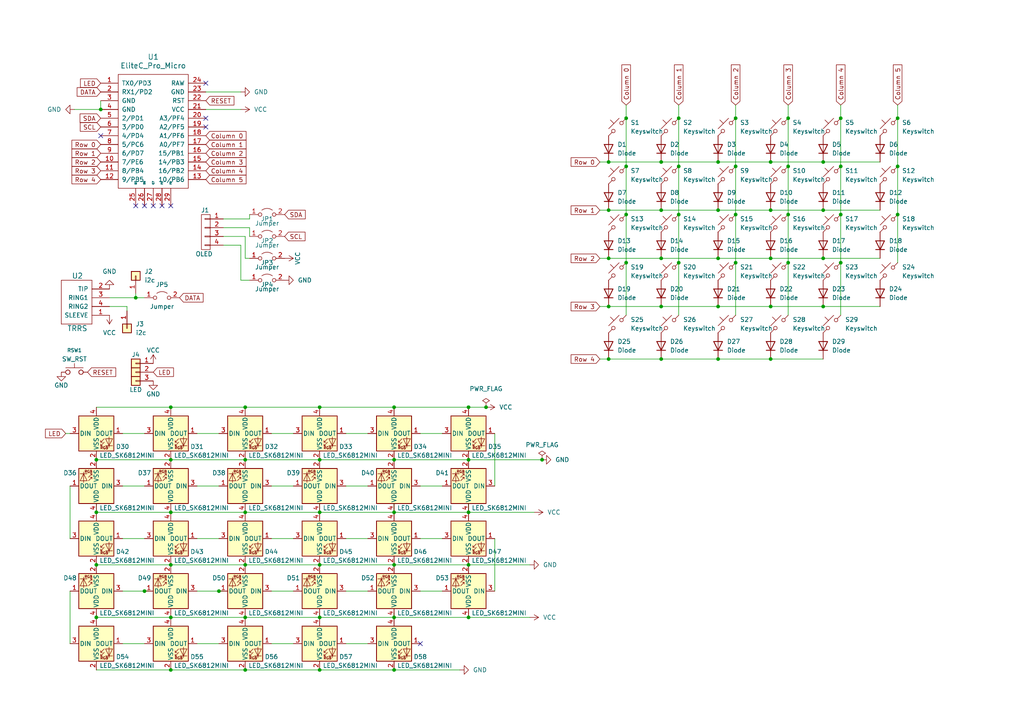
<source format=kicad_sch>
(kicad_sch (version 20230121) (generator eeschema)
  (paper "A4")
  (junction (at 140.97 118.11))
  (junction (at 41.91 171.45))
  (junction (at 208.28 74.93))
  (junction (at 213.36 62.23))
  (junction (at 114.3 133.35))
  (junction (at 238.76 74.93))
  (junction (at 92.71 148.59))
  (junction (at 157.226 133.35))
  (junction (at 238.76 46.99))
  (junction (at 243.84 76.2))
  (junction (at 181.61 34.29))
  (junction (at 191.77 46.99))
  (junction (at 71.12 148.59))
  (junction (at 135.89 163.83))
  (junction (at 135.89 179.07))
  (junction (at 181.61 76.2))
  (junction (at 92.71 163.83))
  (junction (at 49.53 194.31))
  (junction (at 191.77 88.9))
  (junction (at 176.53 88.9))
  (junction (at 196.85 48.26))
  (junction (at 114.3 148.59))
  (junction (at 71.12 133.35))
  (junction (at 260.35 48.26))
  (junction (at 243.84 34.29))
  (junction (at 49.53 163.83))
  (junction (at 63.5 171.45))
  (junction (at 208.28 46.99))
  (junction (at 228.6 62.23))
  (junction (at 135.89 148.59))
  (junction (at 92.71 133.35))
  (junction (at 49.53 179.07))
  (junction (at 181.61 62.23))
  (junction (at 114.3 194.31))
  (junction (at 243.84 48.26))
  (junction (at 196.85 62.23))
  (junction (at 196.85 76.2))
  (junction (at 135.89 133.35))
  (junction (at 39.37 86.36))
  (junction (at 238.76 60.96))
  (junction (at 228.6 48.26))
  (junction (at 114.3 163.83))
  (junction (at 208.28 60.96))
  (junction (at 196.85 34.29))
  (junction (at 223.52 74.93))
  (junction (at 114.3 179.07))
  (junction (at 29.21 31.75))
  (junction (at 135.89 118.11))
  (junction (at 176.53 46.99))
  (junction (at 208.28 104.14))
  (junction (at 176.53 104.14))
  (junction (at 213.36 76.2))
  (junction (at 243.84 62.23))
  (junction (at 223.52 46.99))
  (junction (at 260.35 34.29))
  (junction (at 114.3 118.11))
  (junction (at 49.53 118.11))
  (junction (at 260.35 62.23))
  (junction (at 176.53 60.96))
  (junction (at 228.6 34.29))
  (junction (at 49.53 148.59))
  (junction (at 27.94 179.07))
  (junction (at 181.61 48.26))
  (junction (at 71.12 118.11))
  (junction (at 176.53 74.93))
  (junction (at 71.12 179.07))
  (junction (at 27.94 148.59))
  (junction (at 71.12 194.31))
  (junction (at 191.77 74.93))
  (junction (at 223.52 104.14))
  (junction (at 213.36 48.26))
  (junction (at 213.36 34.29))
  (junction (at 92.71 179.07))
  (junction (at 49.53 133.35))
  (junction (at 92.71 118.11))
  (junction (at 92.71 194.31))
  (junction (at 223.52 88.9))
  (junction (at 71.12 163.83))
  (junction (at 228.6 76.2))
  (junction (at 191.77 60.96))
  (junction (at 191.77 104.14))
  (junction (at 27.94 133.35))
  (junction (at 238.76 88.9))
  (junction (at 223.52 60.96))
  (junction (at 27.94 163.83))
  (junction (at 208.28 88.9))
  (no_connect (at 46.99 59.69))
  (no_connect (at 59.69 36.83))
  (no_connect (at 41.91 59.69))
  (no_connect (at 44.45 59.69))
  (no_connect (at 59.69 24.13))
  (no_connect (at 59.69 34.29))
  (no_connect (at 121.92 186.69))
  (no_connect (at 39.37 59.69))
  (no_connect (at 49.53 59.69))
  (no_connect (at 29.21 39.37))
  (wire (pts (xy 135.89 163.83) (xy 153.67 163.83)))
  (wire (pts (xy 243.84 76.2) (xy 243.84 91.44)))
  (wire (pts (xy 135.89 146.05) (xy 135.89 148.59)))
  (wire (pts (xy 49.53 133.35) (xy 71.12 133.35)))
  (wire (pts (xy 92.71 163.83) (xy 114.3 163.83)))
  (wire (pts (xy 92.71 179.07) (xy 114.3 179.07)))
  (wire (pts (xy 238.76 74.93) (xy 255.27 74.93)))
  (wire (pts (xy 114.3 118.11) (xy 135.89 118.11)))
  (wire (pts (xy 41.91 171.45) (xy 35.56 171.45)))
  (wire (pts (xy 114.3 146.05) (xy 114.3 148.59)))
  (wire (pts (xy 29.21 29.21) (xy 29.21 31.75)))
  (wire (pts (xy 135.89 118.11) (xy 140.97 118.11)))
  (wire (pts (xy 31.75 86.36) (xy 39.37 86.36)))
  (wire (pts (xy 43.18 171.45) (xy 41.91 171.45)))
  (wire (pts (xy 20.32 140.97) (xy 20.32 156.21)))
  (wire (pts (xy 100.33 156.21) (xy 106.68 156.21)))
  (wire (pts (xy 71.12 179.07) (xy 92.71 179.07)))
  (wire (pts (xy 223.52 46.99) (xy 238.76 46.99)))
  (wire (pts (xy 71.12 163.83) (xy 92.71 163.83)))
  (wire (pts (xy 27.94 177.8) (xy 27.94 179.07)))
  (wire (pts (xy 35.56 140.97) (xy 41.91 140.97)))
  (wire (pts (xy 176.53 74.93) (xy 191.77 74.93)))
  (wire (pts (xy 64.77 68.58) (xy 71.12 68.58)))
  (wire (pts (xy 71.12 133.35) (xy 92.71 133.35)))
  (wire (pts (xy 69.85 71.12) (xy 69.85 81.28)))
  (wire (pts (xy 228.6 62.23) (xy 228.6 76.2)))
  (wire (pts (xy 69.85 81.28) (xy 72.39 81.28)))
  (wire (pts (xy 114.3 177.8) (xy 114.3 179.07)))
  (wire (pts (xy 243.84 62.23) (xy 243.84 76.2)))
  (wire (pts (xy 243.84 30.48) (xy 243.84 34.29)))
  (wire (pts (xy 223.52 60.96) (xy 238.76 60.96)))
  (wire (pts (xy 78.74 125.73) (xy 85.09 125.73)))
  (wire (pts (xy 228.6 30.48) (xy 228.6 34.29)))
  (wire (pts (xy 27.94 194.31) (xy 49.53 194.31)))
  (wire (pts (xy 135.89 148.59) (xy 154.94 148.59)))
  (wire (pts (xy 64.77 66.04) (xy 72.39 66.04)))
  (wire (pts (xy 223.52 104.14) (xy 238.76 104.14)))
  (wire (pts (xy 35.56 186.69) (xy 41.91 186.69)))
  (wire (pts (xy 35.56 156.21) (xy 41.91 156.21)))
  (wire (pts (xy 36.83 88.9) (xy 36.83 90.17)))
  (wire (pts (xy 196.85 34.29) (xy 196.85 48.26)))
  (wire (pts (xy 196.85 62.23) (xy 196.85 76.2)))
  (wire (pts (xy 71.12 148.59) (xy 49.53 148.59)))
  (wire (pts (xy 121.92 171.45) (xy 128.27 171.45)))
  (wire (pts (xy 191.77 88.9) (xy 208.28 88.9)))
  (wire (pts (xy 135.89 133.35) (xy 157.226 133.35)))
  (wire (pts (xy 100.33 186.69) (xy 106.68 186.69)))
  (wire (pts (xy 57.15 140.97) (xy 63.5 140.97)))
  (wire (pts (xy 71.12 146.05) (xy 71.12 148.59)))
  (wire (pts (xy 181.61 76.2) (xy 181.61 91.44)))
  (wire (pts (xy 228.6 76.2) (xy 228.6 91.44)))
  (wire (pts (xy 173.99 60.96) (xy 176.53 60.96)))
  (wire (pts (xy 72.39 66.04) (xy 72.39 68.58)))
  (wire (pts (xy 92.71 177.8) (xy 92.71 179.07)))
  (wire (pts (xy 181.61 34.29) (xy 181.61 48.26)))
  (wire (pts (xy 57.15 156.21) (xy 63.5 156.21)))
  (wire (pts (xy 59.69 31.75) (xy 69.85 31.75)))
  (wire (pts (xy 191.77 60.96) (xy 208.28 60.96)))
  (wire (pts (xy 173.99 104.14) (xy 176.53 104.14)))
  (wire (pts (xy 223.52 74.93) (xy 238.76 74.93)))
  (wire (pts (xy 208.28 74.93) (xy 223.52 74.93)))
  (wire (pts (xy 223.52 88.9) (xy 238.76 88.9)))
  (wire (pts (xy 114.3 148.59) (xy 92.71 148.59)))
  (wire (pts (xy 121.92 140.97) (xy 128.27 140.97)))
  (wire (pts (xy 71.12 194.31) (xy 92.71 194.31)))
  (wire (pts (xy 35.56 125.73) (xy 41.91 125.73)))
  (wire (pts (xy 49.53 179.07) (xy 71.12 179.07)))
  (wire (pts (xy 92.71 133.35) (xy 114.3 133.35)))
  (wire (pts (xy 78.74 140.97) (xy 85.09 140.97)))
  (wire (pts (xy 213.36 76.2) (xy 213.36 91.44)))
  (wire (pts (xy 78.74 186.69) (xy 85.09 186.69)))
  (wire (pts (xy 228.6 34.29) (xy 228.6 48.26)))
  (wire (pts (xy 260.35 48.26) (xy 260.35 62.23)))
  (wire (pts (xy 78.74 171.45) (xy 85.09 171.45)))
  (wire (pts (xy 71.12 74.93) (xy 72.39 74.93)))
  (wire (pts (xy 114.3 133.35) (xy 135.89 133.35)))
  (wire (pts (xy 181.61 62.23) (xy 181.61 76.2)))
  (wire (pts (xy 143.51 156.21) (xy 143.51 171.45)))
  (wire (pts (xy 143.51 125.73) (xy 143.51 140.97)))
  (wire (pts (xy 114.3 179.07) (xy 135.89 179.07)))
  (wire (pts (xy 19.05 125.73) (xy 20.32 125.73)))
  (wire (pts (xy 121.92 156.21) (xy 128.27 156.21)))
  (wire (pts (xy 213.36 34.29) (xy 213.36 48.26)))
  (wire (pts (xy 27.94 146.05) (xy 27.94 148.59)))
  (wire (pts (xy 133.35 194.31) (xy 114.3 194.31)))
  (wire (pts (xy 238.76 46.99) (xy 255.27 46.99)))
  (wire (pts (xy 92.71 118.11) (xy 114.3 118.11)))
  (wire (pts (xy 260.35 62.23) (xy 260.35 76.2)))
  (wire (pts (xy 176.53 46.99) (xy 191.77 46.99)))
  (wire (pts (xy 71.12 118.11) (xy 92.71 118.11)))
  (wire (pts (xy 213.36 62.23) (xy 213.36 76.2)))
  (wire (pts (xy 181.61 48.26) (xy 181.61 62.23)))
  (wire (pts (xy 176.53 104.14) (xy 191.77 104.14)))
  (wire (pts (xy 135.89 148.59) (xy 114.3 148.59)))
  (wire (pts (xy 72.39 63.5) (xy 72.39 62.23)))
  (wire (pts (xy 100.33 125.73) (xy 106.68 125.73)))
  (wire (pts (xy 208.28 46.99) (xy 223.52 46.99)))
  (wire (pts (xy 57.15 186.69) (xy 63.5 186.69)))
  (wire (pts (xy 57.15 171.45) (xy 63.5 171.45)))
  (wire (pts (xy 100.33 140.97) (xy 106.68 140.97)))
  (wire (pts (xy 208.28 104.14) (xy 223.52 104.14)))
  (wire (pts (xy 39.37 86.36) (xy 39.37 85.09)))
  (wire (pts (xy 71.12 68.58) (xy 71.12 74.93)))
  (wire (pts (xy 196.85 76.2) (xy 196.85 91.44)))
  (wire (pts (xy 27.94 179.07) (xy 49.53 179.07)))
  (wire (pts (xy 39.37 86.36) (xy 41.91 86.36)))
  (wire (pts (xy 238.76 88.9) (xy 255.27 88.9)))
  (wire (pts (xy 59.69 26.67) (xy 69.85 26.67)))
  (wire (pts (xy 153.67 179.07) (xy 135.89 179.07)))
  (wire (pts (xy 49.53 118.11) (xy 71.12 118.11)))
  (wire (pts (xy 92.71 194.31) (xy 114.3 194.31)))
  (wire (pts (xy 71.12 177.8) (xy 71.12 179.07)))
  (wire (pts (xy 196.85 48.26) (xy 196.85 62.23)))
  (wire (pts (xy 176.53 88.9) (xy 191.77 88.9)))
  (wire (pts (xy 69.85 71.12) (xy 64.77 71.12)))
  (wire (pts (xy 191.77 104.14) (xy 208.28 104.14)))
  (wire (pts (xy 49.53 194.31) (xy 71.12 194.31)))
  (wire (pts (xy 106.68 171.45) (xy 100.33 171.45)))
  (wire (pts (xy 21.59 31.75) (xy 29.21 31.75)))
  (wire (pts (xy 57.15 125.73) (xy 63.5 125.73)))
  (wire (pts (xy 196.85 30.48) (xy 196.85 34.29)))
  (wire (pts (xy 260.35 34.29) (xy 260.35 48.26)))
  (wire (pts (xy 243.84 48.26) (xy 243.84 62.23)))
  (wire (pts (xy 20.32 171.45) (xy 20.32 186.69)))
  (wire (pts (xy 173.99 46.99) (xy 176.53 46.99)))
  (wire (pts (xy 173.99 88.9) (xy 176.53 88.9)))
  (wire (pts (xy 27.94 148.59) (xy 49.53 148.59)))
  (wire (pts (xy 191.77 74.93) (xy 208.28 74.93)))
  (wire (pts (xy 208.28 60.96) (xy 223.52 60.96)))
  (wire (pts (xy 181.61 30.48) (xy 181.61 34.29)))
  (wire (pts (xy 49.53 146.05) (xy 49.53 148.59)))
  (wire (pts (xy 114.3 163.83) (xy 135.89 163.83)))
  (wire (pts (xy 260.35 30.48) (xy 260.35 34.29)))
  (wire (pts (xy 191.77 46.99) (xy 208.28 46.99)))
  (wire (pts (xy 31.75 88.9) (xy 36.83 88.9)))
  (wire (pts (xy 27.94 163.83) (xy 49.53 163.83)))
  (wire (pts (xy 238.76 60.96) (xy 255.27 60.96)))
  (wire (pts (xy 121.92 125.73) (xy 128.27 125.73)))
  (wire (pts (xy 27.94 133.35) (xy 49.53 133.35)))
  (wire (pts (xy 92.71 146.05) (xy 92.71 148.59)))
  (wire (pts (xy 64.77 171.45) (xy 63.5 171.45)))
  (wire (pts (xy 243.84 34.29) (xy 243.84 48.26)))
  (wire (pts (xy 176.53 60.96) (xy 191.77 60.96)))
  (wire (pts (xy 213.36 48.26) (xy 213.36 62.23)))
  (wire (pts (xy 208.28 88.9) (xy 223.52 88.9)))
  (wire (pts (xy 228.6 48.26) (xy 228.6 62.23)))
  (wire (pts (xy 173.99 74.93) (xy 176.53 74.93)))
  (wire (pts (xy 49.53 163.83) (xy 71.12 163.83)))
  (wire (pts (xy 92.71 148.59) (xy 71.12 148.59)))
  (wire (pts (xy 213.36 30.48) (xy 213.36 34.29)))
  (wire (pts (xy 78.74 156.21) (xy 85.09 156.21)))
  (wire (pts (xy 27.94 118.11) (xy 49.53 118.11)))
  (wire (pts (xy 64.77 63.5) (xy 72.39 63.5)))
  (global_label "Column 1" (shape input) (at 196.85 30.48 90) (property "Intersheetrefs" "${INTERSHEET_REFS}" (effects hide)))
  (global_label "LED" (shape input) (at 29.21 24.13 180) (property "Intersheetrefs" "${INTERSHEET_REFS}" (effects hide)))
  (global_label "Column 2" (shape input) (at 59.69 44.45 0) (property "Intersheetrefs" "${INTERSHEET_REFS}" (effects hide)))
  (global_label "SCL" (shape input) (at 82.55 68.58 0) (property "Intersheetrefs" "${INTERSHEET_REFS}" (effects hide)))
  (global_label "SCL" (shape input) (at 29.21 36.83 180) (property "Intersheetrefs" "${INTERSHEET_REFS}" (effects hide)))
  (global_label "Row 4" (shape input) (at 173.99 104.14 180) (property "Intersheetrefs" "${INTERSHEET_REFS}" (effects hide)))
  (global_label "Row 3" (shape input) (at 173.99 88.9 180) (property "Intersheetrefs" "${INTERSHEET_REFS}" (effects hide)))
  (global_label "RESET" (shape input) (at 25.4 107.95 0) (property "Intersheetrefs" "${INTERSHEET_REFS}" (effects hide)))
  (global_label "Column 4" (shape input) (at 59.69 49.53 0) (property "Intersheetrefs" "${INTERSHEET_REFS}" (effects hide)))
  (global_label "Column 3" (shape input) (at 228.6 30.48 90) (property "Intersheetrefs" "${INTERSHEET_REFS}" (effects hide)))
  (global_label "Row 1" (shape input) (at 173.99 60.96 180) (property "Intersheetrefs" "${INTERSHEET_REFS}" (effects hide)))
  (global_label "Column 5" (shape input) (at 59.69 52.07 0) (property "Intersheetrefs" "${INTERSHEET_REFS}" (effects hide)))
  (global_label "Column 2" (shape input) (at 213.36 30.48 90) (property "Intersheetrefs" "${INTERSHEET_REFS}" (effects hide)))
  (global_label "DATA" (shape input) (at 52.07 86.36 0) (property "Intersheetrefs" "${INTERSHEET_REFS}" (effects hide)))
  (global_label "LED" (shape input) (at 44.45 107.95 0) (property "Intersheetrefs" "${INTERSHEET_REFS}" (effects hide)))
  (global_label "Row 0" (shape input) (at 29.21 41.91 180) (property "Intersheetrefs" "${INTERSHEET_REFS}" (effects hide)))
  (global_label "Row 1" (shape input) (at 29.21 44.45 180) (property "Intersheetrefs" "${INTERSHEET_REFS}" (effects hide)))
  (global_label "Column 0" (shape input) (at 181.61 30.48 90) (property "Intersheetrefs" "${INTERSHEET_REFS}" (effects hide)))
  (global_label "Row 3" (shape input) (at 29.21 49.53 180) (property "Intersheetrefs" "${INTERSHEET_REFS}" (effects hide)))
  (global_label "Row 2" (shape input) (at 29.21 46.99 180) (property "Intersheetrefs" "${INTERSHEET_REFS}" (effects hide)))
  (global_label "RESET" (shape input) (at 59.69 29.21 0) (property "Intersheetrefs" "${INTERSHEET_REFS}" (effects hide)))
  (global_label "Column 1" (shape input) (at 59.69 41.91 0) (property "Intersheetrefs" "${INTERSHEET_REFS}" (effects hide)))
  (global_label "Row 4" (shape input) (at 29.21 52.07 180) (property "Intersheetrefs" "${INTERSHEET_REFS}" (effects hide)))
  (global_label "LED" (shape input) (at 19.05 125.73 180) (property "Intersheetrefs" "${INTERSHEET_REFS}" (effects hide)))
  (global_label "SDA" (shape input) (at 29.21 34.29 180) (property "Intersheetrefs" "${INTERSHEET_REFS}" (effects hide)))
  (global_label "Column 5" (shape input) (at 260.35 30.48 90) (property "Intersheetrefs" "${INTERSHEET_REFS}" (effects hide)))
  (global_label "DATA" (shape input) (at 29.21 26.67 180) (property "Intersheetrefs" "${INTERSHEET_REFS}" (effects hide)))
  (global_label "Column 4" (shape input) (at 243.84 30.48 90) (property "Intersheetrefs" "${INTERSHEET_REFS}" (effects hide)))
  (global_label "SDA" (shape input) (at 82.55 62.23 0) (property "Intersheetrefs" "${INTERSHEET_REFS}" (effects hide)))
  (global_label "Column 3" (shape input) (at 59.69 46.99 0) (property "Intersheetrefs" "${INTERSHEET_REFS}" (effects hide)))
  (global_label "Row 0" (shape input) (at 173.99 46.99 180) (property "Intersheetrefs" "${INTERSHEET_REFS}" (effects hide)))
  (global_label "Row 2" (shape input) (at 173.99 74.93 180) (property "Intersheetrefs" "${INTERSHEET_REFS}" (effects hide)))
  (global_label "Column 0" (shape input) (at 59.69 39.37 0) (property "Intersheetrefs" "${INTERSHEET_REFS}" (effects hide)))
  (symbol (lib_id "ScottoKeebs:Placeholder_Keyswitch") (at 257.81 64.77 90) (unit 1)
    (property "Reference" "S18" (at 261.62 63.5 90) (effects (justify right)))
    (property "Value" "Keyswitch" (at 261.62 66.04 90) (effects (justify right)))
    (property "Footprint" "Switch_Keyboard_Kailh:SW_Kailh_Choc_V1_1.00u" (effects hide))
  )
  (symbol (lib_id "ScottoKeebs:Placeholder_Keyswitch") (at 179.07 64.77 90) (unit 1)
    (property "Reference" "S13" (at 182.88 63.5 90) (effects (justify right)))
    (property "Value" "Keyswitch" (at 182.88 66.04 90) (effects (justify right)))
    (property "Footprint" "Switch_Keyboard_Kailh:SW_Kailh_Choc_V1_1.00u" (effects hide))
  )
  (symbol (lib_id "ScottoKeebs:LED_SK6812MINI") (at 71.12 171.45 180) (unit 1)
    (property "Reference" "D50" (at 63.5 167.64 0))
    (property "Value" "LED_SK6812MINI" (at 80.01 177.8 0))
    (property "Footprint" "ScottoKeebs_Components:LED_SK6812MINI-MOD1" (effects hide))
    (property "Datasheet" "https://cdn-shop.adafruit.com/product-files/2686/SK6812MINI_REV.01-1-2.pdf" (effects hide))
  )
  (symbol (lib_id "ScottoKeebs:LED_SK6812MINI") (at 27.94 140.97 180) (unit 1)
    (property "Reference" "D36" (at 20.32 137.16 0))
    (property "Value" "LED_SK6812MINI" (at 36.83 147.32 0))
    (property "Footprint" "ScottoKeebs_Components:LED_SK6812MINI-MOD1" (effects hide))
    (property "Datasheet" "https://cdn-shop.adafruit.com/product-files/2686/SK6812MINI_REV.01-1-2.pdf" (effects hide))
  )
  (symbol (lib_id "ScottoKeebs:Placeholder_Diode") (at 191.77 100.33 90) (unit 1)
    (property "Reference" "D26" (at 194.31 99.06 90) (effects (justify right)))
    (property "Value" "Diode" (at 194.31 101.6 90) (effects (justify right)))
    (property "Footprint" "ScottoKeebs_Components:Diode_SOD-123" (effects hide))
    (property "Sim.Device" "D" (effects hide))
    (property "Sim.Pins" "1=K 2=A" (effects hide))
  )
  (symbol (lib_id "ScottoKeebs:Placeholder_Diode") (at 255.27 85.09 90) (unit 1)
    (property "Reference" "D24" (at 257.81 83.82 90) (effects (justify right)))
    (property "Value" "Diode" (at 257.81 86.36 90) (effects (justify right)))
    (property "Footprint" "ScottoKeebs_Components:Diode_SOD-123" (effects hide))
    (property "Sim.Device" "D" (effects hide))
    (property "Sim.Pins" "1=K 2=A" (effects hide))
  )
  (symbol (lib_id "ScottoKeebs:LED_SK6812MINI") (at 49.53 186.69 0) (unit 1)
    (property "Reference" "D55" (at 57.15 190.5 0))
    (property "Value" "LED_SK6812MINI" (at 58.42 193.04 0))
    (property "Footprint" "ScottoKeebs_Components:LED_SK6812MINI-MOD1" (effects hide))
    (property "Datasheet" "https://cdn-shop.adafruit.com/product-files/2686/SK6812MINI_REV.01-1-2.pdf" (effects hide))
  )
  (symbol (lib_id "ScottoKeebs:Placeholder_Keyswitch") (at 179.07 50.8 90) (unit 1)
    (property "Reference" "S7" (at 182.88 49.53 90) (effects (justify right)))
    (property "Value" "Keyswitch" (at 182.88 52.07 90) (effects (justify right)))
    (property "Footprint" "Switch_Keyboard_Kailh:SW_Kailh_Choc_V1_1.00u" (effects hide))
  )
  (symbol (lib_id "ScottoKeebs:LED_SK6812MINI") (at 114.3 171.45 180) (unit 1)
    (property "Reference" "D52" (at 106.68 167.64 0))
    (property "Value" "LED_SK6812MINI" (at 123.19 177.8 0))
    (property "Footprint" "ScottoKeebs_Components:LED_SK6812MINI-MOD1" (effects hide))
    (property "Datasheet" "https://cdn-shop.adafruit.com/product-files/2686/SK6812MINI_REV.01-1-2.pdf" (effects hide))
  )
  (symbol (lib_id "ScottoKeebs:Placeholder_Keyswitch") (at 210.82 93.98 90) (unit 1)
    (property "Reference" "S27" (at 214.63 92.71 90) (effects (justify right)))
    (property "Value" "Keyswitch" (at 214.63 95.25 90) (effects (justify right)))
    (property "Footprint" "Switch_Keyboard_Kailh:SW_Kailh_Choc_V1_1.00u" (effects hide))
  )
  (symbol (lib_id "ScottoKeebs:Placeholder_Diode") (at 176.53 100.33 90) (unit 1)
    (property "Reference" "D25" (at 179.07 99.06 90) (effects (justify right)))
    (property "Value" "Diode" (at 179.07 101.6 90) (effects (justify right)))
    (property "Footprint" "ScottoKeebs_Components:Diode_SOD-123" (effects hide))
    (property "Sim.Device" "D" (effects hide))
    (property "Sim.Pins" "1=K 2=A" (effects hide))
  )
  (symbol (lib_id "untitled:SofleKeyboard-rescue_i2c_pin-Lily58-cache-Lily58_Pro-rescue-sofle") (at 39.37 80.01 90) (unit 1)
    (property "Reference" "J2" (at 41.91 78.74 90) (effects (justify right)))
    (property "Value" "i2c" (at 41.91 81.28 90) (effects (justify right)))
    (property "Footprint" "untitled:1pin_conn" (effects hide))
  )
  (symbol (lib_id "ScottoKeebs:LED_SK6812MINI") (at 71.12 125.73 0) (unit 1)
    (property "Reference" "D32" (at 78.74 129.54 0))
    (property "Value" "LED_SK6812MINI" (at 80.01 132.08 0))
    (property "Footprint" "ScottoKeebs_Components:LED_SK6812MINI-MOD1" (effects hide))
    (property "Datasheet" "https://cdn-shop.adafruit.com/product-files/2686/SK6812MINI_REV.01-1-2.pdf" (effects hide))
  )
  (symbol (lib_id "ScottoKeebs:Placeholder_Diode") (at 238.76 100.33 90) (unit 1)
    (property "Reference" "D29" (at 241.3 99.06 90) (effects (justify right)))
    (property "Value" "Diode" (at 241.3 101.6 90) (effects (justify right)))
    (property "Footprint" "ScottoKeebs_Components:Diode_SOD-123" (effects hide))
    (property "Sim.Device" "D" (effects hide))
    (property "Sim.Pins" "1=K 2=A" (effects hide))
  )
  (symbol (lib_id "untitled:SofleKeyboard-rescue_OLED-Lily58-cache-Lily58_Pro-rescue-sofle") (at 59.69 67.31 0) (mirror y) (unit 1)
    (property "Reference" "J1" (at 60.69 60.96 0) (effects (justify left)))
    (property "Value" "OLED" (at 61.69 73.66 0) (effects (justify left)))
    (property "Footprint" "untitled:OLED_4Pin" (effects hide))
  )
  (symbol (lib_id "ScottoKeebs:Placeholder_Keyswitch") (at 257.81 78.74 90) (unit 1)
    (property "Reference" "S24" (at 261.62 77.47 90) (effects (justify right)))
    (property "Value" "Keyswitch" (at 261.62 80.01 90) (effects (justify right)))
    (property "Footprint" "Switch_Keyboard_Kailh:SW_Kailh_Choc_V1_1.00u" (effects hide))
  )
  (symbol (lib_id "ScottoKeebs:Placeholder_Diode") (at 191.77 57.15 90) (unit 1)
    (property "Reference" "D8" (at 194.31 55.88 90) (effects (justify right)))
    (property "Value" "Diode" (at 194.31 58.42 90) (effects (justify right)))
    (property "Footprint" "ScottoKeebs_Components:Diode_SOD-123" (effects hide))
    (property "Sim.Device" "D" (effects hide))
    (property "Sim.Pins" "1=K 2=A" (effects hide))
  )
  (symbol (lib_id "ScottoKeebs:Placeholder_Keyswitch") (at 179.07 93.98 90) (unit 1)
    (property "Reference" "S25" (at 182.88 92.71 90) (effects (justify right)))
    (property "Value" "Keyswitch" (at 182.88 95.25 90) (effects (justify right)))
    (property "Footprint" "Switch_Keyboard_Kailh:SW_Kailh_Choc_V1_1.00u" (effects hide))
  )
  (symbol (lib_id "power:PWR_FLAG") (at 157.226 133.35 0) (unit 1)
    (property "Reference" "#FLG02" (effects hide))
    (property "Value" "PWR_FLAG" (at 157.226 129.032 0))
  )
  (symbol (lib_id "ScottoKeebs:Placeholder_Diode") (at 176.53 43.18 90) (unit 1)
    (property "Reference" "D1" (at 179.07 41.91 90) (effects (justify right)))
    (property "Value" "Diode" (at 179.07 44.45 90) (effects (justify right)))
    (property "Footprint" "ScottoKeebs_Components:Diode_SOD-123" (effects hide))
    (property "Sim.Device" "D" (effects hide))
    (property "Sim.Pins" "1=K 2=A" (effects hide))
  )
  (symbol (lib_id "ScottoKeebs:Placeholder_TRRS") (at 22.86 93.98 0) (mirror y) (unit 1)
    (property "Reference" "U2" (at 24.13 80.01 0) (effects (font (size 1.524 1.524)) (justify left)))
    (property "Value" "TRRS" (at 25.4 95.25 0) (effects (font (size 1.524 1.524)) (justify left)))
    (property "Footprint" "ScottoKeebs_Components:TRRS_PJ-320A" (effects hide))
  )
  (symbol (lib_id "ScottoKeebs:Placeholder_Keyswitch") (at 257.81 36.83 90) (unit 1)
    (property "Reference" "S6" (at 261.62 35.56 90) (effects (justify right)))
    (property "Value" "Keyswitch" (at 261.62 38.1 90) (effects (justify right)))
    (property "Footprint" "Switch_Keyboard_Kailh:SW_Kailh_Choc_V1_1.00u" (effects hide))
  )
  (symbol (lib_id "Jumper:Jumper_2_Open") (at 77.47 68.58 0) (unit 1)
    (property "Reference" "JP2" (at 77.47 69.85 0))
    (property "Value" "Jumper" (at 77.47 71.12 0))
    (property "Footprint" "untitled:jumper_data-MOD" (effects hide))
  )
  (symbol (lib_id "ScottoKeebs:Placeholder_Diode") (at 176.53 57.15 90) (unit 1)
    (property "Reference" "D7" (at 179.07 55.88 90) (effects (justify right)))
    (property "Value" "Diode" (at 179.07 58.42 90) (effects (justify right)))
    (property "Footprint" "ScottoKeebs_Components:Diode_SOD-123" (effects hide))
    (property "Sim.Device" "D" (effects hide))
    (property "Sim.Pins" "1=K 2=A" (effects hide))
  )
  (symbol (lib_id "power:GND") (at 153.67 163.83 90) (unit 1)
    (property "Reference" "#PWR014" (effects hide))
    (property "Value" "GND" (at 157.48 163.83 90) (effects (justify right)))
  )
  (symbol (lib_id "ScottoKeebs:LED_SK6812MINI") (at 135.89 125.73 0) (unit 1)
    (property "Reference" "D35" (at 143.51 129.54 0))
    (property "Value" "LED_SK6812MINI" (at 144.78 132.08 0))
    (property "Footprint" "ScottoKeebs_Components:LED_SK6812MINI-MOD1" (effects hide))
    (property "Datasheet" "https://cdn-shop.adafruit.com/product-files/2686/SK6812MINI_REV.01-1-2.pdf" (effects hide))
  )
  (symbol (lib_id "ScottoKeebs:MCU_Arduino_Pro_Micro") (at 44.45 38.1 0) (unit 1)
    (property "Reference" "U1" (at 44.45 16.51 0) (effects (font (size 1.524 1.524))))
    (property "Value" "EliteC_Pro_Micro" (at 44.45 19.05 0) (effects (font (size 1.524 1.524))))
    (property "Footprint" "Keebio-Parts:Elite-C" (effects hide))
  )
  (symbol (lib_id "ScottoKeebs:Placeholder_Diode") (at 255.27 43.18 90) (unit 1)
    (property "Reference" "D6" (at 257.81 41.91 90) (effects (justify right)))
    (property "Value" "Diode" (at 257.81 44.45 90) (effects (justify right)))
    (property "Footprint" "ScottoKeebs_Components:Diode_SOD-123" (effects hide))
    (property "Sim.Device" "D" (effects hide))
    (property "Sim.Pins" "1=K 2=A" (effects hide))
  )
  (symbol (lib_id "ScottoKeebs:Placeholder_Keyswitch") (at 241.3 36.83 90) (unit 1)
    (property "Reference" "S5" (at 245.11 35.56 90) (effects (justify right)))
    (property "Value" "Keyswitch" (at 245.11 38.1 90) (effects (justify right)))
    (property "Footprint" "Switch_Keyboard_Kailh:SW_Kailh_Choc_V1_1.00u" (effects hide))
  )
  (symbol (lib_id "power:GND") (at 44.45 110.49 0) (unit 1)
    (property "Reference" "#PWR010" (effects hide))
    (property "Value" "GND" (at 44.45 114.3 0))
  )
  (symbol (lib_id "ScottoKeebs:LED_SK6812MINI") (at 92.71 186.69 0) (unit 1)
    (property "Reference" "D57" (at 100.33 190.5 0))
    (property "Value" "LED_SK6812MINI" (at 101.6 193.04 0))
    (property "Footprint" "ScottoKeebs_Components:LED_SK6812MINI-MOD1" (effects hide))
    (property "Datasheet" "https://cdn-shop.adafruit.com/product-files/2686/SK6812MINI_REV.01-1-2.pdf" (effects hide))
  )
  (symbol (lib_id "power:PWR_FLAG") (at 140.97 118.11 0) (unit 1)
    (property "Reference" "#FLG01" (effects hide))
    (property "Value" "PWR_FLAG" (at 140.97 112.776 0))
  )
  (symbol (lib_id "ScottoKeebs:Placeholder_Diode") (at 238.76 43.18 90) (unit 1)
    (property "Reference" "D5" (at 241.3 41.91 90) (effects (justify right)))
    (property "Value" "Diode" (at 241.3 44.45 90) (effects (justify right)))
    (property "Footprint" "ScottoKeebs_Components:Diode_SOD-123" (effects hide))
    (property "Sim.Device" "D" (effects hide))
    (property "Sim.Pins" "1=K 2=A" (effects hide))
  )
  (symbol (lib_id "ScottoKeebs:Placeholder_Diode") (at 208.28 43.18 90) (unit 1)
    (property "Reference" "D3" (at 210.82 41.91 90) (effects (justify right)))
    (property "Value" "Diode" (at 210.82 44.45 90) (effects (justify right)))
    (property "Footprint" "ScottoKeebs_Components:Diode_SOD-123" (effects hide))
    (property "Sim.Device" "D" (effects hide))
    (property "Sim.Pins" "1=K 2=A" (effects hide))
  )
  (symbol (lib_id "power:GND") (at 69.85 26.67 90) (unit 1)
    (property "Reference" "#PWR01" (effects hide))
    (property "Value" "GND" (at 73.66 26.67 90) (effects (justify right)))
  )
  (symbol (lib_id "power:GND") (at 82.55 81.28 90) (unit 1)
    (property "Reference" "#PWR05" (effects hide))
    (property "Value" "GND" (at 86.36 81.28 90) (effects (justify right)))
  )
  (symbol (lib_id "ScottoKeebs:LED_SK6812MINI") (at 49.53 125.73 0) (unit 1)
    (property "Reference" "D31" (at 57.15 129.54 0))
    (property "Value" "LED_SK6812MINI" (at 58.42 132.08 0))
    (property "Footprint" "ScottoKeebs_Components:LED_SK6812MINI-MOD1" (effects hide))
    (property "Datasheet" "https://cdn-shop.adafruit.com/product-files/2686/SK6812MINI_REV.01-1-2.pdf" (effects hide))
  )
  (symbol (lib_id "ScottoKeebs:Placeholder_Keyswitch") (at 194.31 36.83 90) (unit 1)
    (property "Reference" "S2" (at 198.12 35.56 90) (effects (justify right)))
    (property "Value" "Keyswitch" (at 198.12 38.1 90) (effects (justify right)))
    (property "Footprint" "Switch_Keyboard_Kailh:SW_Kailh_Choc_V1_1.00u" (effects hide))
  )
  (symbol (lib_id "untitled:SofleKeyboard-rescue_i2c_pin-Lily58-cache-Lily58_Pro-rescue-sofle") (at 36.83 95.25 270) (unit 1)
    (property "Reference" "J3" (at 39.37 93.98 90) (effects (justify left)))
    (property "Value" "i2c" (at 39.37 96.52 90) (effects (justify left)))
    (property "Footprint" "untitled:1pin_conn" (effects hide))
  )
  (symbol (lib_id "power:GND") (at 17.78 107.95 0) (unit 1)
    (property "Reference" "#PWR09" (effects hide))
    (property "Value" "GND" (at 17.78 111.76 0))
  )
  (symbol (lib_id "ScottoKeebs:Placeholder_Keyswitch") (at 241.3 50.8 90) (unit 1)
    (property "Reference" "S11" (at 245.11 49.53 90) (effects (justify right)))
    (property "Value" "Keyswitch" (at 245.11 52.07 90) (effects (justify right)))
    (property "Footprint" "Switch_Keyboard_Kailh:SW_Kailh_Choc_V1_1.00u" (effects hide))
  )
  (symbol (lib_id "ScottoKeebs:Placeholder_Diode") (at 223.52 57.15 90) (unit 1)
    (property "Reference" "D10" (at 226.06 55.88 90) (effects (justify right)))
    (property "Value" "Diode" (at 226.06 58.42 90) (effects (justify right)))
    (property "Footprint" "ScottoKeebs_Components:Diode_SOD-123" (effects hide))
    (property "Sim.Device" "D" (effects hide))
    (property "Sim.Pins" "1=K 2=A" (effects hide))
  )
  (symbol (lib_id "ScottoKeebs:Placeholder_Diode") (at 238.76 85.09 90) (unit 1)
    (property "Reference" "D23" (at 241.3 83.82 90) (effects (justify right)))
    (property "Value" "Diode" (at 241.3 86.36 90) (effects (justify right)))
    (property "Footprint" "ScottoKeebs_Components:Diode_SOD-123" (effects hide))
    (property "Sim.Device" "D" (effects hide))
    (property "Sim.Pins" "1=K 2=A" (effects hide))
  )
  (symbol (lib_id "ScottoKeebs:Placeholder_Diode") (at 208.28 100.33 90) (unit 1)
    (property "Reference" "D27" (at 210.82 99.06 90) (effects (justify right)))
    (property "Value" "Diode" (at 210.82 101.6 90) (effects (justify right)))
    (property "Footprint" "ScottoKeebs_Components:Diode_SOD-123" (effects hide))
    (property "Sim.Device" "D" (effects hide))
    (property "Sim.Pins" "1=K 2=A" (effects hide))
  )
  (symbol (lib_id "power:GND") (at 133.35 194.31 90) (unit 1)
    (property "Reference" "#PWR016" (effects hide))
    (property "Value" "GND" (at 137.16 194.31 90) (effects (justify right)))
  )
  (symbol (lib_id "untitled:SofleKeyboard-rescue_SW_RST-Lily58-cache-Lily58_Pro-rescue-sofle") (at 21.59 107.95 0) (unit 1)
    (property "Reference" "RSW1" (at 21.59 101.6 0) (effects (font (size 1.016 1.016))))
    (property "Value" "SW_RST" (at 21.59 104.14 0))
    (property "Footprint" "untitled:TACT_SWITCH_TVBP06" (effects hide))
  )
  (symbol (lib_id "ScottoKeebs:Placeholder_Diode") (at 238.76 71.12 90) (unit 1)
    (property "Reference" "D17" (at 241.3 69.85 90) (effects (justify right)))
    (property "Value" "Diode" (at 241.3 72.39 90) (effects (justify right)))
    (property "Footprint" "ScottoKeebs_Components:Diode_SOD-123" (effects hide))
    (property "Sim.Device" "D" (effects hide))
    (property "Sim.Pins" "1=K 2=A" (effects hide))
  )
  (symbol (lib_id "ScottoKeebs:Placeholder_Diode") (at 191.77 71.12 90) (unit 1)
    (property "Reference" "D14" (at 194.31 69.85 90) (effects (justify right)))
    (property "Value" "Diode" (at 194.31 72.39 90) (effects (justify right)))
    (property "Footprint" "ScottoKeebs_Components:Diode_SOD-123" (effects hide))
    (property "Sim.Device" "D" (effects hide))
    (property "Sim.Pins" "1=K 2=A" (effects hide))
  )
  (symbol (lib_id "Jumper:Jumper_2_Open") (at 77.47 81.28 0) (unit 1)
    (property "Reference" "JP4" (at 77.47 82.55 0))
    (property "Value" "Jumper" (at 77.47 83.82 0))
    (property "Footprint" "untitled:jumper_data-MOD" (effects hide))
  )
  (symbol (lib_id "Jumper:Jumper_2_Open") (at 46.99 86.36 0) (unit 1)
    (property "Reference" "JP5" (at 46.99 82.55 0))
    (property "Value" "Jumper" (at 46.99 88.9 0))
    (property "Footprint" "untitled:jumper_data-MOD" (effects hide))
  )
  (symbol (lib_id "ScottoKeebs:LED_SK6812MINI") (at 135.89 171.45 180) (unit 1)
    (property "Reference" "D53" (at 128.27 167.64 0))
    (property "Value" "LED_SK6812MINI" (at 144.78 177.8 0))
    (property "Footprint" "ScottoKeebs_Components:LED_SK6812MINI-MOD1" (effects hide))
    (property "Datasheet" "https://cdn-shop.adafruit.com/product-files/2686/SK6812MINI_REV.01-1-2.pdf" (effects hide))
  )
  (symbol (lib_id "ScottoKeebs:Placeholder_Keyswitch") (at 179.07 78.74 90) (unit 1)
    (property "Reference" "S19" (at 182.88 77.47 90) (effects (justify right)))
    (property "Value" "Keyswitch" (at 182.88 80.01 90) (effects (justify right)))
    (property "Footprint" "Switch_Keyboard_Kailh:SW_Kailh_Choc_V1_1.00u" (effects hide))
  )
  (symbol (lib_id "ScottoKeebs:Placeholder_Keyswitch") (at 226.06 64.77 90) (unit 1)
    (property "Reference" "S16" (at 229.87 63.5 90) (effects (justify right)))
    (property "Value" "Keyswitch" (at 229.87 66.04 90) (effects (justify right)))
    (property "Footprint" "Switch_Keyboard_Kailh:SW_Kailh_Choc_V1_1.00u" (effects hide))
  )
  (symbol (lib_id "ScottoKeebs:LED_SK6812MINI") (at 71.12 156.21 0) (unit 1)
    (property "Reference" "D44" (at 78.74 160.02 0))
    (property "Value" "LED_SK6812MINI" (at 80.01 162.56 0))
    (property "Footprint" "ScottoKeebs_Components:LED_SK6812MINI-MOD1" (effects hide))
    (property "Datasheet" "https://cdn-shop.adafruit.com/product-files/2686/SK6812MINI_REV.01-1-2.pdf" (effects hide))
  )
  (symbol (lib_id "ScottoKeebs:Placeholder_Keyswitch") (at 210.82 36.83 90) (unit 1)
    (property "Reference" "S3" (at 214.63 35.56 90) (effects (justify right)))
    (property "Value" "Keyswitch" (at 214.63 38.1 90) (effects (justify right)))
    (property "Footprint" "Switch_Keyboard_Kailh:SW_Kailh_Choc_V1_1.00u" (effects hide))
  )
  (symbol (lib_id "ScottoKeebs:Placeholder_Diode") (at 223.52 85.09 90) (unit 1)
    (property "Reference" "D22" (at 226.06 83.82 90) (effects (justify right)))
    (property "Value" "Diode" (at 226.06 86.36 90) (effects (justify right)))
    (property "Footprint" "ScottoKeebs_Components:Diode_SOD-123" (effects hide))
    (property "Sim.Device" "D" (effects hide))
    (property "Sim.Pins" "1=K 2=A" (effects hide))
  )
  (symbol (lib_id "ScottoKeebs:LED_SK6812MINI") (at 71.12 186.69 0) (unit 1)
    (property "Reference" "D56" (at 78.74 190.5 0))
    (property "Value" "LED_SK6812MINI" (at 80.01 193.04 0))
    (property "Footprint" "ScottoKeebs_Components:LED_SK6812MINI-MOD1" (effects hide))
    (property "Datasheet" "https://cdn-shop.adafruit.com/product-files/2686/SK6812MINI_REV.01-1-2.pdf" (effects hide))
  )
  (symbol (lib_id "Jumper:Jumper_2_Open") (at 77.47 62.23 0) (unit 1)
    (property "Reference" "JP1" (at 77.47 63.5 0))
    (property "Value" "Jumper" (at 77.47 64.77 0))
    (property "Footprint" "untitled:jumper_data-MOD" (effects hide))
  )
  (symbol (lib_id "power:VCC") (at 82.55 74.93 270) (unit 1)
    (property "Reference" "#PWR04" (effects hide))
    (property "Value" "VCC" (at 86.36 74.93 0))
  )
  (symbol (lib_id "power:VCC") (at 69.85 31.75 270) (unit 1)
    (property "Reference" "#PWR03" (effects hide))
    (property "Value" "VCC" (at 73.66 31.75 90) (effects (justify left)))
  )
  (symbol (lib_id "ScottoKeebs:LED_SK6812MINI") (at 92.71 125.73 0) (unit 1)
    (property "Reference" "D33" (at 100.33 129.54 0))
    (property "Value" "LED_SK6812MINI" (at 101.6 132.08 0))
    (property "Footprint" "ScottoKeebs_Components:LED_SK6812MINI-MOD1" (effects hide))
    (property "Datasheet" "https://cdn-shop.adafruit.com/product-files/2686/SK6812MINI_REV.01-1-2.pdf" (effects hide))
  )
  (symbol (lib_id "ScottoKeebs:Placeholder_Keyswitch") (at 241.3 64.77 90) (unit 1)
    (property "Reference" "S17" (at 245.11 63.5 90) (effects (justify right)))
    (property "Value" "Keyswitch" (at 245.11 66.04 90) (effects (justify right)))
    (property "Footprint" "Switch_Keyboard_Kailh:SW_Kailh_Choc_V1_1.00u" (effects hide))
  )
  (symbol (lib_id "ScottoKeebs:Placeholder_Keyswitch") (at 226.06 50.8 90) (unit 1)
    (property "Reference" "S10" (at 229.87 49.53 90) (effects (justify right)))
    (property "Value" "Keyswitch" (at 229.87 52.07 90) (effects (justify right)))
    (property "Footprint" "Switch_Keyboard_Kailh:SW_Kailh_Choc_V1_1.00u" (effects hide))
  )
  (symbol (lib_id "ScottoKeebs:Placeholder_Keyswitch") (at 194.31 50.8 90) (unit 1)
    (property "Reference" "S8" (at 198.12 49.53 90) (effects (justify right)))
    (property "Value" "Keyswitch" (at 198.12 52.07 90) (effects (justify right)))
    (property "Footprint" "Switch_Keyboard_Kailh:SW_Kailh_Choc_V1_1.00u" (effects hide))
  )
  (symbol (lib_id "ScottoKeebs:Placeholder_Diode") (at 191.77 43.18 90) (unit 1)
    (property "Reference" "D2" (at 194.31 41.91 90) (effects (justify right)))
    (property "Value" "Diode" (at 194.31 44.45 90) (effects (justify right)))
    (property "Footprint" "ScottoKeebs_Components:Diode_SOD-123" (effects hide))
    (property "Sim.Device" "D" (effects hide))
    (property "Sim.Pins" "1=K 2=A" (effects hide))
  )
  (symbol (lib_id "power:VCC") (at 44.45 105.41 0) (unit 1)
    (property "Reference" "#PWR08" (effects hide))
    (property "Value" "VCC" (at 44.45 101.6 0))
  )
  (symbol (lib_id "ScottoKeebs:Placeholder_Keyswitch") (at 210.82 50.8 90) (unit 1)
    (property "Reference" "S9" (at 214.63 49.53 90) (effects (justify right)))
    (property "Value" "Keyswitch" (at 214.63 52.07 90) (effects (justify right)))
    (property "Footprint" "Switch_Keyboard_Kailh:SW_Kailh_Choc_V1_1.00u" (effects hide))
  )
  (symbol (lib_id "ScottoKeebs:Placeholder_Keyswitch") (at 210.82 64.77 90) (unit 1)
    (property "Reference" "S15" (at 214.63 63.5 90) (effects (justify right)))
    (property "Value" "Keyswitch" (at 214.63 66.04 90) (effects (justify right)))
    (property "Footprint" "Switch_Keyboard_Kailh:SW_Kailh_Choc_V1_1.00u" (effects hide))
  )
  (symbol (lib_id "ScottoKeebs:Placeholder_Diode") (at 255.27 71.12 90) (unit 1)
    (property "Reference" "D18" (at 257.81 69.85 90) (effects (justify right)))
    (property "Value" "Diode" (at 257.81 72.39 90) (effects (justify right)))
    (property "Footprint" "ScottoKeebs_Components:Diode_SOD-123" (effects hide))
    (property "Sim.Device" "D" (effects hide))
    (property "Sim.Pins" "1=K 2=A" (effects hide))
  )
  (symbol (lib_id "power:GND") (at 157.226 133.35 90) (unit 1)
    (property "Reference" "#PWR012" (effects hide))
    (property "Value" "GND" (at 161.036 133.35 90) (effects (justify right)))
  )
  (symbol (lib_id "ScottoKeebs:Placeholder_Keyswitch") (at 226.06 36.83 90) (unit 1)
    (property "Reference" "S4" (at 229.87 35.56 90) (effects (justify right)))
    (property "Value" "Keyswitch" (at 229.87 38.1 90) (effects (justify right)))
    (property "Footprint" "Switch_Keyboard_Kailh:SW_Kailh_Choc_V1_1.00u" (effects hide))
  )
  (symbol (lib_id "ScottoKeebs:Placeholder_Diode") (at 223.52 100.33 90) (unit 1)
    (property "Reference" "D28" (at 226.06 99.06 90) (effects (justify right)))
    (property "Value" "Diode" (at 226.06 101.6 90) (effects (justify right)))
    (property "Footprint" "ScottoKeebs_Components:Diode_SOD-123" (effects hide))
    (property "Sim.Device" "D" (effects hide))
    (property "Sim.Pins" "1=K 2=A" (effects hide))
  )
  (symbol (lib_id "power:GND") (at 21.59 31.75 270) (unit 1)
    (property "Reference" "#PWR02" (effects hide))
    (property "Value" "GND" (at 17.78 31.75 90) (effects (justify right)))
  )
  (symbol (lib_id "ScottoKeebs:LED_SK6812MINI") (at 114.3 140.97 180) (unit 1)
    (property "Reference" "D40" (at 106.68 137.16 0))
    (property "Value" "LED_SK6812MINI" (at 123.19 147.32 0))
    (property "Footprint" "ScottoKeebs_Components:LED_SK6812MINI-MOD1" (effects hide))
    (property "Datasheet" "https://cdn-shop.adafruit.com/product-files/2686/SK6812MINI_REV.01-1-2.pdf" (effects hide))
  )
  (symbol (lib_id "ScottoKeebs:LED_SK6812MINI") (at 114.3 156.21 0) (unit 1)
    (property "Reference" "D46" (at 121.92 160.02 0))
    (property "Value" "LED_SK6812MINI" (at 123.19 162.56 0))
    (property "Footprint" "ScottoKeebs_Components:LED_SK6812MINI-MOD1" (effects hide))
    (property "Datasheet" "https://cdn-shop.adafruit.com/product-files/2686/SK6812MINI_REV.01-1-2.pdf" (effects hide))
  )
  (symbol (lib_id "ScottoKeebs:LED_SK6812MINI") (at 27.94 156.21 0) (unit 1)
    (property "Reference" "D42" (at 35.56 160.02 0))
    (property "Value" "LED_SK6812MINI" (at 36.83 162.56 0))
    (property "Footprint" "ScottoKeebs_Components:LED_SK6812MINI-MOD1" (effects hide))
    (property "Datasheet" "https://cdn-shop.adafruit.com/product-files/2686/SK6812MINI_REV.01-1-2.pdf" (effects hide))
  )
  (symbol (lib_id "ScottoKeebs:LED_SK6812MINI") (at 135.89 140.97 180) (unit 1)
    (property "Reference" "D41" (at 128.27 137.16 0))
    (property "Value" "LED_SK6812MINI" (at 144.78 147.32 0))
    (property "Footprint" "ScottoKeebs_Components:LED_SK6812MINI-MOD1" (effects hide))
    (property "Datasheet" "https://cdn-shop.adafruit.com/product-files/2686/SK6812MINI_REV.01-1-2.pdf" (effects hide))
  )
  (symbol (lib_id "ScottoKeebs:Placeholder_Diode") (at 191.77 85.09 90) (unit 1)
    (property "Reference" "D20" (at 194.31 83.82 90) (effects (justify right)))
    (property "Value" "Diode" (at 194.31 86.36 90) (effects (justify right)))
    (property "Footprint" "ScottoKeebs_Components:Diode_SOD-123" (effects hide))
    (property "Sim.Device" "D" (effects hide))
    (property "Sim.Pins" "1=K 2=A" (effects hide))
  )
  (symbol (lib_id "ScottoKeebs:LED_SK6812MINI") (at 27.94 125.73 0) (unit 1)
    (property "Reference" "D30" (at 35.56 129.54 0))
    (property "Value" "LED_SK6812MINI" (at 36.83 132.08 0))
    (property "Footprint" "ScottoKeebs_Components:LED_SK6812MINI-MOD1" (effects hide))
    (property "Datasheet" "https://cdn-shop.adafruit.com/product-files/2686/SK6812MINI_REV.01-1-2.pdf" (effects hide))
  )
  (symbol (lib_id "ScottoKeebs:Placeholder_Diode") (at 208.28 71.12 90) (unit 1)
    (property "Reference" "D15" (at 210.82 69.85 90) (effects (justify right)))
    (property "Value" "Diode" (at 210.82 72.39 90) (effects (justify right)))
    (property "Footprint" "ScottoKeebs_Components:Diode_SOD-123" (effects hide))
    (property "Sim.Device" "D" (effects hide))
    (property "Sim.Pins" "1=K 2=A" (effects hide))
  )
  (symbol (lib_id "ScottoKeebs:LED_SK6812MINI") (at 92.71 156.21 0) (unit 1)
    (property "Reference" "D45" (at 100.33 160.02 0))
    (property "Value" "LED_SK6812MINI" (at 101.6 162.56 0))
    (property "Footprint" "ScottoKeebs_Components:LED_SK6812MINI-MOD1" (effects hide))
    (property "Datasheet" "https://cdn-shop.adafruit.com/product-files/2686/SK6812MINI_REV.01-1-2.pdf" (effects hide))
  )
  (symbol (lib_id "ScottoKeebs:LED_SK6812MINI") (at 92.71 140.97 180) (unit 1)
    (property "Reference" "D39" (at 85.09 137.16 0))
    (property "Value" "LED_SK6812MINI" (at 101.6 147.32 0))
    (property "Footprint" "ScottoKeebs_Components:LED_SK6812MINI-MOD1" (effects hide))
    (property "Datasheet" "https://cdn-shop.adafruit.com/product-files/2686/SK6812MINI_REV.01-1-2.pdf" (effects hide))
  )
  (symbol (lib_id "ScottoKeebs:LED_SK6812MINI") (at 49.53 171.45 180) (unit 1)
    (property "Reference" "D49" (at 41.91 167.64 0))
    (property "Value" "LED_SK6812MINI" (at 58.42 177.8 0))
    (property "Footprint" "ScottoKeebs_Components:LED_SK6812MINI-MOD1" (effects hide))
    (property "Datasheet" "https://cdn-shop.adafruit.com/product-files/2686/SK6812MINI_REV.01-1-2.pdf" (effects hide))
  )
  (symbol (lib_id "ScottoKeebs:Placeholder_Keyswitch") (at 241.3 93.98 90) (unit 1)
    (property "Reference" "S29" (at 245.11 92.71 90) (effects (justify right)))
    (property "Value" "Keyswitch" (at 245.11 95.25 90) (effects (justify right)))
    (property "Footprint" "Switch_Keyboard_Kailh:SW_Kailh_Choc_V1_1.00u" (effects hide))
  )
  (symbol (lib_id "Jumper:Jumper_2_Open") (at 77.47 74.93 0) (unit 1)
    (property "Reference" "JP3" (at 77.47 76.2 0))
    (property "Value" "Jumper" (at 77.47 77.47 0))
    (property "Footprint" "untitled:jumper_data-MOD" (effects hide))
  )
  (symbol (lib_id "ScottoKeebs:LED_SK6812MINI") (at 71.12 140.97 180) (unit 1)
    (property "Reference" "D38" (at 63.5 137.16 0))
    (property "Value" "LED_SK6812MINI" (at 80.01 147.32 0))
    (property "Footprint" "ScottoKeebs_Components:LED_SK6812MINI-MOD1" (effects hide))
    (property "Datasheet" "https://cdn-shop.adafruit.com/product-files/2686/SK6812MINI_REV.01-1-2.pdf" (effects hide))
  )
  (symbol (lib_id "ScottoKeebs:Placeholder_Diode") (at 238.76 57.15 90) (unit 1)
    (property "Reference" "D11" (at 241.3 55.88 90) (effects (justify right)))
    (property "Value" "Diode" (at 241.3 58.42 90) (effects (justify right)))
    (property "Footprint" "ScottoKeebs_Components:Diode_SOD-123" (effects hide))
    (property "Sim.Device" "D" (effects hide))
    (property "Sim.Pins" "1=K 2=A" (effects hide))
  )
  (symbol (lib_id "power:VCC") (at 153.67 179.07 270) (unit 1)
    (property "Reference" "#PWR015" (effects hide))
    (property "Value" "VCC" (at 157.48 179.07 90) (effects (justify left)))
  )
  (symbol (lib_id "untitled:SofleKeyboard-rescue_LED-Lily58-cache-Lily58_Pro-rescue-sofle") (at 39.37 107.95 0) (unit 1)
    (property "Reference" "J4" (at 39.37 102.87 0))
    (property "Value" "LED" (at 39.37 113.03 0))
    (property "Footprint" "untitled:LED" (effects hide))
  )
  (symbol (lib_id "power:VCC") (at 31.75 91.44 180) (unit 1)
    (property "Reference" "#PWR07" (effects hide))
    (property "Value" "VCC" (at 31.75 96.52 0))
  )
  (symbol (lib_id "ScottoKeebs:Placeholder_Diode") (at 176.53 71.12 90) (unit 1)
    (property "Reference" "D13" (at 179.07 69.85 90) (effects (justify right)))
    (property "Value" "Diode" (at 179.07 72.39 90) (effects (justify right)))
    (property "Footprint" "ScottoKeebs_Components:Diode_SOD-123" (effects hide))
    (property "Sim.Device" "D" (effects hide))
    (property "Sim.Pins" "1=K 2=A" (effects hide))
  )
  (symbol (lib_id "ScottoKeebs:Placeholder_Keyswitch") (at 210.82 78.74 90) (unit 1)
    (property "Reference" "S21" (at 214.63 77.47 90) (effects (justify right)))
    (property "Value" "Keyswitch" (at 214.63 80.01 90) (effects (justify right)))
    (property "Footprint" "Switch_Keyboard_Kailh:SW_Kailh_Choc_V1_1.00u" (effects hide))
  )
  (symbol (lib_id "ScottoKeebs:Placeholder_Keyswitch") (at 194.31 78.74 90) (unit 1)
    (property "Reference" "S20" (at 198.12 77.47 90) (effects (justify right)))
    (property "Value" "Keyswitch" (at 198.12 80.01 90) (effects (justify right)))
    (property "Footprint" "Switch_Keyboard_Kailh:SW_Kailh_Choc_V1_1.00u" (effects hide))
  )
  (symbol (lib_id "ScottoKeebs:Placeholder_Keyswitch") (at 241.3 78.74 90) (unit 1)
    (property "Reference" "S23" (at 245.11 77.47 90) (effects (justify right)))
    (property "Value" "Keyswitch" (at 245.11 80.01 90) (effects (justify right)))
    (property "Footprint" "Switch_Keyboard_Kailh:SW_Kailh_Choc_V1_1.00u" (effects hide))
  )
  (symbol (lib_id "ScottoKeebs:Placeholder_Diode") (at 223.52 71.12 90) (unit 1)
    (property "Reference" "D16" (at 226.06 69.85 90) (effects (justify right)))
    (property "Value" "Diode" (at 226.06 72.39 90) (effects (justify right)))
    (property "Footprint" "ScottoKeebs_Components:Diode_SOD-123" (effects hide))
    (property "Sim.Device" "D" (effects hide))
    (property "Sim.Pins" "1=K 2=A" (effects hide))
  )
  (symbol (lib_id "ScottoKeebs:Placeholder_Diode") (at 255.27 57.15 90) (unit 1)
    (property "Reference" "D12" (at 257.81 55.88 90) (effects (justify right)))
    (property "Value" "Diode" (at 257.81 58.42 90) (effects (justify right)))
    (property "Footprint" "ScottoKeebs_Components:Diode_SOD-123" (effects hide))
    (property "Sim.Device" "D" (effects hide))
    (property "Sim.Pins" "1=K 2=A" (effects hide))
  )
  (symbol (lib_id "ScottoKeebs:LED_SK6812MINI") (at 27.94 186.69 0) (unit 1)
    (property "Reference" "D54" (at 35.56 190.5 0))
    (property "Value" "LED_SK6812MINI" (at 36.83 193.04 0))
    (property "Footprint" "ScottoKeebs_Components:LED_SK6812MINI-MOD1" (effects hide))
    (property "Datasheet" "https://cdn-shop.adafruit.com/product-files/2686/SK6812MINI_REV.01-1-2.pdf" (effects hide))
  )
  (symbol (lib_id "power:VCC") (at 140.97 118.11 270) (unit 1)
    (property "Reference" "#PWR011" (effects hide))
    (property "Value" "VCC" (at 144.78 118.11 90) (effects (justify left)))
  )
  (symbol (lib_id "ScottoKeebs:LED_SK6812MINI") (at 114.3 186.69 0) (unit 1)
    (property "Reference" "D58" (at 121.92 190.5 0))
    (property "Value" "LED_SK6812MINI" (at 123.19 193.04 0))
    (property "Footprint" "ScottoKeebs_Components:LED_SK6812MINI-MOD1" (effects hide))
    (property "Datasheet" "https://cdn-shop.adafruit.com/product-files/2686/SK6812MINI_REV.01-1-2.pdf" (effects hide))
  )
  (symbol (lib_id "ScottoKeebs:LED_SK6812MINI") (at 92.71 171.45 180) (unit 1)
    (property "Reference" "D51" (at 85.09 167.64 0))
    (property "Value" "LED_SK6812MINI" (at 101.6 177.8 0))
    (property "Footprint" "ScottoKeebs_Components:LED_SK6812MINI-MOD1" (effects hide))
    (property "Datasheet" "https://cdn-shop.adafruit.com/product-files/2686/SK6812MINI_REV.01-1-2.pdf" (effects hide))
  )
  (symbol (lib_id "power:GND") (at 31.75 83.82 180) (unit 1)
    (property "Reference" "#PWR06" (effects hide))
    (property "Value" "GND" (at 31.75 78.74 0))
  )
  (symbol (lib_id "ScottoKeebs:LED_SK6812MINI") (at 27.94 171.45 180) (unit 1)
    (property "Reference" "D48" (at 20.32 167.64 0))
    (property "Value" "LED_SK6812MINI" (at 36.83 177.8 0))
    (property "Footprint" "ScottoKeebs_Components:LED_SK6812MINI-MOD1" (effects hide))
    (property "Datasheet" "https://cdn-shop.adafruit.com/product-files/2686/SK6812MINI_REV.01-1-2.pdf" (effects hide))
  )
  (symbol (lib_id "ScottoKeebs:Placeholder_Keyswitch") (at 194.31 64.77 90) (unit 1)
    (property "Reference" "S14" (at 198.12 63.5 90) (effects (justify right)))
    (property "Value" "Keyswitch" (at 198.12 66.04 90) (effects (justify right)))
    (property "Footprint" "Switch_Keyboard_Kailh:SW_Kailh_Choc_V1_1.00u" (effects hide))
  )
  (symbol (lib_id "ScottoKeebs:Placeholder_Diode") (at 176.53 85.09 90) (unit 1)
    (property "Reference" "D19" (at 179.07 83.82 90) (effects (justify right)))
    (property "Value" "Diode" (at 179.07 86.36 90) (effects (justify right)))
    (property "Footprint" "ScottoKeebs_Components:Diode_SOD-123" (effects hide))
    (property "Sim.Device" "D" (effects hide))
    (property "Sim.Pins" "1=K 2=A" (effects hide))
  )
  (symbol (lib_id "ScottoKeebs:LED_SK6812MINI") (at 135.89 156.21 0) (unit 1)
    (property "Reference" "D47" (at 143.51 160.02 0))
    (property "Value" "LED_SK6812MINI" (at 144.78 162.56 0))
    (property "Footprint" "ScottoKeebs_Components:LED_SK6812MINI-MOD1" (effects hide))
    (property "Datasheet" "https://cdn-shop.adafruit.com/product-files/2686/SK6812MINI_REV.01-1-2.pdf" (effects hide))
  )
  (symbol (lib_id "ScottoKeebs:Placeholder_Diode") (at 208.28 85.09 90) (unit 1)
    (property "Reference" "D21" (at 210.82 83.82 90) (effects (justify right)))
    (property "Value" "Diode" (at 210.82 86.36 90) (effects (justify right)))
    (property "Footprint" "ScottoKeebs_Components:Diode_SOD-123" (effects hide))
    (property "Sim.Device" "D" (effects hide))
    (property "Sim.Pins" "1=K 2=A" (effects hide))
  )
  (symbol (lib_id "ScottoKeebs:LED_SK6812MINI") (at 49.53 156.21 0) (unit 1)
    (property "Reference" "D43" (at 57.15 160.02 0))
    (property "Value" "LED_SK6812MINI" (at 58.42 162.56 0))
    (property "Footprint" "ScottoKeebs_Components:LED_SK6812MINI-MOD1" (effects hide))
    (property "Datasheet" "https://cdn-shop.adafruit.com/product-files/2686/SK6812MINI_REV.01-1-2.pdf" (effects hide))
  )
  (symbol (lib_id "ScottoKeebs:LED_SK6812MINI") (at 114.3 125.73 0) (unit 1)
    (property "Reference" "D34" (at 121.92 129.54 0))
    (property "Value" "LED_SK6812MINI" (at 123.19 132.08 0))
    (property "Footprint" "ScottoKeebs_Components:LED_SK6812MINI-MOD1" (effects hide))
    (property "Datasheet" "https://cdn-shop.adafruit.com/product-files/2686/SK6812MINI_REV.01-1-2.pdf" (effects hide))
  )
  (symbol (lib_id "ScottoKeebs:Placeholder_Diode") (at 208.28 57.15 90) (unit 1)
    (property "Reference" "D9" (at 210.82 55.88 90) (effects (justify right)))
    (property "Value" "Diode" (at 210.82 58.42 90) (effects (justify right)))
    (property "Footprint" "ScottoKeebs_Components:Diode_SOD-123" (effects hide))
    (property "Sim.Device" "D" (effects hide))
    (property "Sim.Pins" "1=K 2=A" (effects hide))
  )
  (symbol (lib_id "ScottoKeebs:LED_SK6812MINI") (at 49.53 140.97 180) (unit 1)
    (property "Reference" "D37" (at 41.91 137.16 0))
    (property "Value" "LED_SK6812MINI" (at 58.42 147.32 0))
    (property "Footprint" "ScottoKeebs_Components:LED_SK6812MINI-MOD1" (effects hide))
    (property "Datasheet" "https://cdn-shop.adafruit.com/product-files/2686/SK6812MINI_REV.01-1-2.pdf" (effects hide))
  )
  (symbol (lib_id "ScottoKeebs:Placeholder_Keyswitch") (at 226.06 93.98 90) (unit 1)
    (property "Reference" "S28" (at 229.87 92.71 90) (effects (justify right)))
    (property "Value" "Keyswitch" (at 229.87 95.25 90) (effects (justify right)))
    (property "Footprint" "Switch_Keyboard_Kailh:SW_Kailh_Choc_V1_1.00u" (effects hide))
  )
  (symbol (lib_id "ScottoKeebs:Placeholder_Diode") (at 223.52 43.18 90) (unit 1)
    (property "Reference" "D4" (at 226.06 41.91 90) (effects (justify right)))
    (property "Value" "Diode" (at 226.06 44.45 90) (effects (justify right)))
    (property "Footprint" "ScottoKeebs_Components:Diode_SOD-123" (effects hide))
    (property "Sim.Device" "D" (effects hide))
    (property "Sim.Pins" "1=K 2=A" (effects hide))
  )
  (symbol (lib_id "power:VCC") (at 154.94 148.59 270) (unit 1)
    (property "Reference" "#PWR013" (effects hide))
    (property "Value" "VCC" (at 158.75 148.59 90) (effects (justify left)))
  )
  (symbol (lib_id "ScottoKeebs:Placeholder_Keyswitch") (at 194.31 93.98 90) (unit 1)
    (property "Reference" "S26" (at 198.12 92.71 90) (effects (justify right)))
    (property "Value" "Keyswitch" (at 198.12 95.25 90) (effects (justify right)))
    (property "Footprint" "Switch_Keyboard_Kailh:SW_Kailh_Choc_V1_1.00u" (effects hide))
  )
  (symbol (lib_id "ScottoKeebs:Placeholder_Keyswitch") (at 257.81 50.8 90) (unit 1)
    (property "Reference" "S12" (at 261.62 49.53 90) (effects (justify right)))
    (property "Value" "Keyswitch" (at 261.62 52.07 90) (effects (justify right)))
    (property "Footprint" "Switch_Keyboard_Kailh:SW_Kailh_Choc_V1_1.00u" (effects hide))
  )
  (symbol (lib_id "ScottoKeebs:Placeholder_Keyswitch") (at 226.06 78.74 90) (unit 1)
    (property "Reference" "S22" (at 229.87 77.47 90) (effects (justify right)))
    (property "Value" "Keyswitch" (at 229.87 80.01 90) (effects (justify right)))
    (property "Footprint" "Switch_Keyboard_Kailh:SW_Kailh_Choc_V1_1.00u" (effects hide))
  )
  (symbol (lib_id "ScottoKeebs:Placeholder_Keyswitch") (at 179.07 36.83 90) (unit 1)
    (property "Reference" "S1" (at 182.88 35.56 90) (effects (justify right)))
    (property "Value" "Keyswitch" (at 182.88 38.1 90) (effects (justify right)))
    (property "Footprint" "Switch_Keyboard_Kailh:SW_Kailh_Choc_V1_1.00u" (effects hide))
  )
)
</source>
